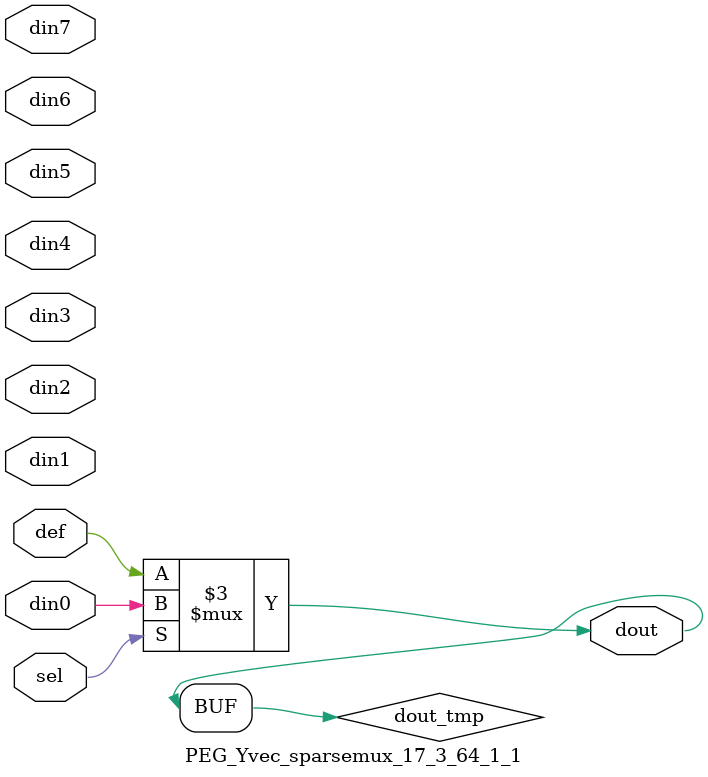
<source format=v>
`timescale 1ns / 1ps

module PEG_Yvec_sparsemux_17_3_64_1_1 (din0,din1,din2,din3,din4,din5,din6,din7,def,sel,dout);

parameter din0_WIDTH = 1;

parameter din1_WIDTH = 1;

parameter din2_WIDTH = 1;

parameter din3_WIDTH = 1;

parameter din4_WIDTH = 1;

parameter din5_WIDTH = 1;

parameter din6_WIDTH = 1;

parameter din7_WIDTH = 1;

parameter def_WIDTH = 1;
parameter sel_WIDTH = 1;
parameter dout_WIDTH = 1;

parameter [sel_WIDTH-1:0] CASE0 = 1;

parameter [sel_WIDTH-1:0] CASE1 = 1;

parameter [sel_WIDTH-1:0] CASE2 = 1;

parameter [sel_WIDTH-1:0] CASE3 = 1;

parameter [sel_WIDTH-1:0] CASE4 = 1;

parameter [sel_WIDTH-1:0] CASE5 = 1;

parameter [sel_WIDTH-1:0] CASE6 = 1;

parameter [sel_WIDTH-1:0] CASE7 = 1;

parameter ID = 1;
parameter NUM_STAGE = 1;



input [din0_WIDTH-1:0] din0;

input [din1_WIDTH-1:0] din1;

input [din2_WIDTH-1:0] din2;

input [din3_WIDTH-1:0] din3;

input [din4_WIDTH-1:0] din4;

input [din5_WIDTH-1:0] din5;

input [din6_WIDTH-1:0] din6;

input [din7_WIDTH-1:0] din7;

input [def_WIDTH-1:0] def;
input [sel_WIDTH-1:0] sel;

output [dout_WIDTH-1:0] dout;



reg [dout_WIDTH-1:0] dout_tmp;

always @ (*) begin
case (sel)
    
    CASE0 : dout_tmp = din0;
    
    CASE1 : dout_tmp = din1;
    
    CASE2 : dout_tmp = din2;
    
    CASE3 : dout_tmp = din3;
    
    CASE4 : dout_tmp = din4;
    
    CASE5 : dout_tmp = din5;
    
    CASE6 : dout_tmp = din6;
    
    CASE7 : dout_tmp = din7;
    
    default : dout_tmp = def;
endcase
end


assign dout = dout_tmp;



endmodule

</source>
